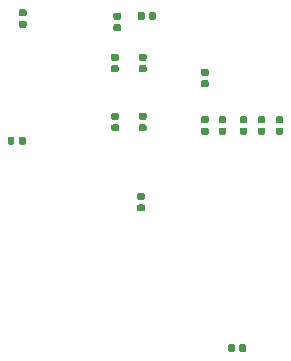
<source format=gbr>
G04 #@! TF.GenerationSoftware,KiCad,Pcbnew,(5.1.2-1)-1*
G04 #@! TF.CreationDate,2019-07-19T21:50:30+01:00*
G04 #@! TF.ProjectId,ControlModule,436f6e74-726f-46c4-9d6f-64756c652e6b,C*
G04 #@! TF.SameCoordinates,Original*
G04 #@! TF.FileFunction,Paste,Top*
G04 #@! TF.FilePolarity,Positive*
%FSLAX46Y46*%
G04 Gerber Fmt 4.6, Leading zero omitted, Abs format (unit mm)*
G04 Created by KiCad (PCBNEW (5.1.2-1)-1) date 2019-07-19 21:50:30*
%MOMM*%
%LPD*%
G04 APERTURE LIST*
%ADD10C,0.100000*%
%ADD11C,0.590000*%
G04 APERTURE END LIST*
D10*
G36*
X174405558Y-98483910D02*
G01*
X174419876Y-98486034D01*
X174433917Y-98489551D01*
X174447546Y-98494428D01*
X174460631Y-98500617D01*
X174473047Y-98508058D01*
X174484673Y-98516681D01*
X174495398Y-98526402D01*
X174505119Y-98537127D01*
X174513742Y-98548753D01*
X174521183Y-98561169D01*
X174527372Y-98574254D01*
X174532249Y-98587883D01*
X174535766Y-98601924D01*
X174537890Y-98616242D01*
X174538600Y-98630700D01*
X174538600Y-98925700D01*
X174537890Y-98940158D01*
X174535766Y-98954476D01*
X174532249Y-98968517D01*
X174527372Y-98982146D01*
X174521183Y-98995231D01*
X174513742Y-99007647D01*
X174505119Y-99019273D01*
X174495398Y-99029998D01*
X174484673Y-99039719D01*
X174473047Y-99048342D01*
X174460631Y-99055783D01*
X174447546Y-99061972D01*
X174433917Y-99066849D01*
X174419876Y-99070366D01*
X174405558Y-99072490D01*
X174391100Y-99073200D01*
X174046100Y-99073200D01*
X174031642Y-99072490D01*
X174017324Y-99070366D01*
X174003283Y-99066849D01*
X173989654Y-99061972D01*
X173976569Y-99055783D01*
X173964153Y-99048342D01*
X173952527Y-99039719D01*
X173941802Y-99029998D01*
X173932081Y-99019273D01*
X173923458Y-99007647D01*
X173916017Y-98995231D01*
X173909828Y-98982146D01*
X173904951Y-98968517D01*
X173901434Y-98954476D01*
X173899310Y-98940158D01*
X173898600Y-98925700D01*
X173898600Y-98630700D01*
X173899310Y-98616242D01*
X173901434Y-98601924D01*
X173904951Y-98587883D01*
X173909828Y-98574254D01*
X173916017Y-98561169D01*
X173923458Y-98548753D01*
X173932081Y-98537127D01*
X173941802Y-98526402D01*
X173952527Y-98516681D01*
X173964153Y-98508058D01*
X173976569Y-98500617D01*
X173989654Y-98494428D01*
X174003283Y-98489551D01*
X174017324Y-98486034D01*
X174031642Y-98483910D01*
X174046100Y-98483200D01*
X174391100Y-98483200D01*
X174405558Y-98483910D01*
X174405558Y-98483910D01*
G37*
D11*
X174218600Y-98778200D03*
D10*
G36*
X174405558Y-99453910D02*
G01*
X174419876Y-99456034D01*
X174433917Y-99459551D01*
X174447546Y-99464428D01*
X174460631Y-99470617D01*
X174473047Y-99478058D01*
X174484673Y-99486681D01*
X174495398Y-99496402D01*
X174505119Y-99507127D01*
X174513742Y-99518753D01*
X174521183Y-99531169D01*
X174527372Y-99544254D01*
X174532249Y-99557883D01*
X174535766Y-99571924D01*
X174537890Y-99586242D01*
X174538600Y-99600700D01*
X174538600Y-99895700D01*
X174537890Y-99910158D01*
X174535766Y-99924476D01*
X174532249Y-99938517D01*
X174527372Y-99952146D01*
X174521183Y-99965231D01*
X174513742Y-99977647D01*
X174505119Y-99989273D01*
X174495398Y-99999998D01*
X174484673Y-100009719D01*
X174473047Y-100018342D01*
X174460631Y-100025783D01*
X174447546Y-100031972D01*
X174433917Y-100036849D01*
X174419876Y-100040366D01*
X174405558Y-100042490D01*
X174391100Y-100043200D01*
X174046100Y-100043200D01*
X174031642Y-100042490D01*
X174017324Y-100040366D01*
X174003283Y-100036849D01*
X173989654Y-100031972D01*
X173976569Y-100025783D01*
X173964153Y-100018342D01*
X173952527Y-100009719D01*
X173941802Y-99999998D01*
X173932081Y-99989273D01*
X173923458Y-99977647D01*
X173916017Y-99965231D01*
X173909828Y-99952146D01*
X173904951Y-99938517D01*
X173901434Y-99924476D01*
X173899310Y-99910158D01*
X173898600Y-99895700D01*
X173898600Y-99600700D01*
X173899310Y-99586242D01*
X173901434Y-99571924D01*
X173904951Y-99557883D01*
X173909828Y-99544254D01*
X173916017Y-99531169D01*
X173923458Y-99518753D01*
X173932081Y-99507127D01*
X173941802Y-99496402D01*
X173952527Y-99486681D01*
X173964153Y-99478058D01*
X173976569Y-99470617D01*
X173989654Y-99464428D01*
X174003283Y-99459551D01*
X174017324Y-99456034D01*
X174031642Y-99453910D01*
X174046100Y-99453200D01*
X174391100Y-99453200D01*
X174405558Y-99453910D01*
X174405558Y-99453910D01*
G37*
D11*
X174218600Y-99748200D03*
D10*
G36*
X171357558Y-98483910D02*
G01*
X171371876Y-98486034D01*
X171385917Y-98489551D01*
X171399546Y-98494428D01*
X171412631Y-98500617D01*
X171425047Y-98508058D01*
X171436673Y-98516681D01*
X171447398Y-98526402D01*
X171457119Y-98537127D01*
X171465742Y-98548753D01*
X171473183Y-98561169D01*
X171479372Y-98574254D01*
X171484249Y-98587883D01*
X171487766Y-98601924D01*
X171489890Y-98616242D01*
X171490600Y-98630700D01*
X171490600Y-98925700D01*
X171489890Y-98940158D01*
X171487766Y-98954476D01*
X171484249Y-98968517D01*
X171479372Y-98982146D01*
X171473183Y-98995231D01*
X171465742Y-99007647D01*
X171457119Y-99019273D01*
X171447398Y-99029998D01*
X171436673Y-99039719D01*
X171425047Y-99048342D01*
X171412631Y-99055783D01*
X171399546Y-99061972D01*
X171385917Y-99066849D01*
X171371876Y-99070366D01*
X171357558Y-99072490D01*
X171343100Y-99073200D01*
X170998100Y-99073200D01*
X170983642Y-99072490D01*
X170969324Y-99070366D01*
X170955283Y-99066849D01*
X170941654Y-99061972D01*
X170928569Y-99055783D01*
X170916153Y-99048342D01*
X170904527Y-99039719D01*
X170893802Y-99029998D01*
X170884081Y-99019273D01*
X170875458Y-99007647D01*
X170868017Y-98995231D01*
X170861828Y-98982146D01*
X170856951Y-98968517D01*
X170853434Y-98954476D01*
X170851310Y-98940158D01*
X170850600Y-98925700D01*
X170850600Y-98630700D01*
X170851310Y-98616242D01*
X170853434Y-98601924D01*
X170856951Y-98587883D01*
X170861828Y-98574254D01*
X170868017Y-98561169D01*
X170875458Y-98548753D01*
X170884081Y-98537127D01*
X170893802Y-98526402D01*
X170904527Y-98516681D01*
X170916153Y-98508058D01*
X170928569Y-98500617D01*
X170941654Y-98494428D01*
X170955283Y-98489551D01*
X170969324Y-98486034D01*
X170983642Y-98483910D01*
X170998100Y-98483200D01*
X171343100Y-98483200D01*
X171357558Y-98483910D01*
X171357558Y-98483910D01*
G37*
D11*
X171170600Y-98778200D03*
D10*
G36*
X171357558Y-99453910D02*
G01*
X171371876Y-99456034D01*
X171385917Y-99459551D01*
X171399546Y-99464428D01*
X171412631Y-99470617D01*
X171425047Y-99478058D01*
X171436673Y-99486681D01*
X171447398Y-99496402D01*
X171457119Y-99507127D01*
X171465742Y-99518753D01*
X171473183Y-99531169D01*
X171479372Y-99544254D01*
X171484249Y-99557883D01*
X171487766Y-99571924D01*
X171489890Y-99586242D01*
X171490600Y-99600700D01*
X171490600Y-99895700D01*
X171489890Y-99910158D01*
X171487766Y-99924476D01*
X171484249Y-99938517D01*
X171479372Y-99952146D01*
X171473183Y-99965231D01*
X171465742Y-99977647D01*
X171457119Y-99989273D01*
X171447398Y-99999998D01*
X171436673Y-100009719D01*
X171425047Y-100018342D01*
X171412631Y-100025783D01*
X171399546Y-100031972D01*
X171385917Y-100036849D01*
X171371876Y-100040366D01*
X171357558Y-100042490D01*
X171343100Y-100043200D01*
X170998100Y-100043200D01*
X170983642Y-100042490D01*
X170969324Y-100040366D01*
X170955283Y-100036849D01*
X170941654Y-100031972D01*
X170928569Y-100025783D01*
X170916153Y-100018342D01*
X170904527Y-100009719D01*
X170893802Y-99999998D01*
X170884081Y-99989273D01*
X170875458Y-99977647D01*
X170868017Y-99965231D01*
X170861828Y-99952146D01*
X170856951Y-99938517D01*
X170853434Y-99924476D01*
X170851310Y-99910158D01*
X170850600Y-99895700D01*
X170850600Y-99600700D01*
X170851310Y-99586242D01*
X170853434Y-99571924D01*
X170856951Y-99557883D01*
X170861828Y-99544254D01*
X170868017Y-99531169D01*
X170875458Y-99518753D01*
X170884081Y-99507127D01*
X170893802Y-99496402D01*
X170904527Y-99486681D01*
X170916153Y-99478058D01*
X170928569Y-99470617D01*
X170941654Y-99464428D01*
X170955283Y-99459551D01*
X170969324Y-99456034D01*
X170983642Y-99453910D01*
X170998100Y-99453200D01*
X171343100Y-99453200D01*
X171357558Y-99453910D01*
X171357558Y-99453910D01*
G37*
D11*
X171170600Y-99748200D03*
D10*
G36*
X172881558Y-98483910D02*
G01*
X172895876Y-98486034D01*
X172909917Y-98489551D01*
X172923546Y-98494428D01*
X172936631Y-98500617D01*
X172949047Y-98508058D01*
X172960673Y-98516681D01*
X172971398Y-98526402D01*
X172981119Y-98537127D01*
X172989742Y-98548753D01*
X172997183Y-98561169D01*
X173003372Y-98574254D01*
X173008249Y-98587883D01*
X173011766Y-98601924D01*
X173013890Y-98616242D01*
X173014600Y-98630700D01*
X173014600Y-98925700D01*
X173013890Y-98940158D01*
X173011766Y-98954476D01*
X173008249Y-98968517D01*
X173003372Y-98982146D01*
X172997183Y-98995231D01*
X172989742Y-99007647D01*
X172981119Y-99019273D01*
X172971398Y-99029998D01*
X172960673Y-99039719D01*
X172949047Y-99048342D01*
X172936631Y-99055783D01*
X172923546Y-99061972D01*
X172909917Y-99066849D01*
X172895876Y-99070366D01*
X172881558Y-99072490D01*
X172867100Y-99073200D01*
X172522100Y-99073200D01*
X172507642Y-99072490D01*
X172493324Y-99070366D01*
X172479283Y-99066849D01*
X172465654Y-99061972D01*
X172452569Y-99055783D01*
X172440153Y-99048342D01*
X172428527Y-99039719D01*
X172417802Y-99029998D01*
X172408081Y-99019273D01*
X172399458Y-99007647D01*
X172392017Y-98995231D01*
X172385828Y-98982146D01*
X172380951Y-98968517D01*
X172377434Y-98954476D01*
X172375310Y-98940158D01*
X172374600Y-98925700D01*
X172374600Y-98630700D01*
X172375310Y-98616242D01*
X172377434Y-98601924D01*
X172380951Y-98587883D01*
X172385828Y-98574254D01*
X172392017Y-98561169D01*
X172399458Y-98548753D01*
X172408081Y-98537127D01*
X172417802Y-98526402D01*
X172428527Y-98516681D01*
X172440153Y-98508058D01*
X172452569Y-98500617D01*
X172465654Y-98494428D01*
X172479283Y-98489551D01*
X172493324Y-98486034D01*
X172507642Y-98483910D01*
X172522100Y-98483200D01*
X172867100Y-98483200D01*
X172881558Y-98483910D01*
X172881558Y-98483910D01*
G37*
D11*
X172694600Y-98778200D03*
D10*
G36*
X172881558Y-99453910D02*
G01*
X172895876Y-99456034D01*
X172909917Y-99459551D01*
X172923546Y-99464428D01*
X172936631Y-99470617D01*
X172949047Y-99478058D01*
X172960673Y-99486681D01*
X172971398Y-99496402D01*
X172981119Y-99507127D01*
X172989742Y-99518753D01*
X172997183Y-99531169D01*
X173003372Y-99544254D01*
X173008249Y-99557883D01*
X173011766Y-99571924D01*
X173013890Y-99586242D01*
X173014600Y-99600700D01*
X173014600Y-99895700D01*
X173013890Y-99910158D01*
X173011766Y-99924476D01*
X173008249Y-99938517D01*
X173003372Y-99952146D01*
X172997183Y-99965231D01*
X172989742Y-99977647D01*
X172981119Y-99989273D01*
X172971398Y-99999998D01*
X172960673Y-100009719D01*
X172949047Y-100018342D01*
X172936631Y-100025783D01*
X172923546Y-100031972D01*
X172909917Y-100036849D01*
X172895876Y-100040366D01*
X172881558Y-100042490D01*
X172867100Y-100043200D01*
X172522100Y-100043200D01*
X172507642Y-100042490D01*
X172493324Y-100040366D01*
X172479283Y-100036849D01*
X172465654Y-100031972D01*
X172452569Y-100025783D01*
X172440153Y-100018342D01*
X172428527Y-100009719D01*
X172417802Y-99999998D01*
X172408081Y-99989273D01*
X172399458Y-99977647D01*
X172392017Y-99965231D01*
X172385828Y-99952146D01*
X172380951Y-99938517D01*
X172377434Y-99924476D01*
X172375310Y-99910158D01*
X172374600Y-99895700D01*
X172374600Y-99600700D01*
X172375310Y-99586242D01*
X172377434Y-99571924D01*
X172380951Y-99557883D01*
X172385828Y-99544254D01*
X172392017Y-99531169D01*
X172399458Y-99518753D01*
X172408081Y-99507127D01*
X172417802Y-99496402D01*
X172428527Y-99486681D01*
X172440153Y-99478058D01*
X172452569Y-99470617D01*
X172465654Y-99464428D01*
X172479283Y-99459551D01*
X172493324Y-99456034D01*
X172507642Y-99453910D01*
X172522100Y-99453200D01*
X172867100Y-99453200D01*
X172881558Y-99453910D01*
X172881558Y-99453910D01*
G37*
D11*
X172694600Y-99748200D03*
D10*
G36*
X170301458Y-117790710D02*
G01*
X170315776Y-117792834D01*
X170329817Y-117796351D01*
X170343446Y-117801228D01*
X170356531Y-117807417D01*
X170368947Y-117814858D01*
X170380573Y-117823481D01*
X170391298Y-117833202D01*
X170401019Y-117843927D01*
X170409642Y-117855553D01*
X170417083Y-117867969D01*
X170423272Y-117881054D01*
X170428149Y-117894683D01*
X170431666Y-117908724D01*
X170433790Y-117923042D01*
X170434500Y-117937500D01*
X170434500Y-118282500D01*
X170433790Y-118296958D01*
X170431666Y-118311276D01*
X170428149Y-118325317D01*
X170423272Y-118338946D01*
X170417083Y-118352031D01*
X170409642Y-118364447D01*
X170401019Y-118376073D01*
X170391298Y-118386798D01*
X170380573Y-118396519D01*
X170368947Y-118405142D01*
X170356531Y-118412583D01*
X170343446Y-118418772D01*
X170329817Y-118423649D01*
X170315776Y-118427166D01*
X170301458Y-118429290D01*
X170287000Y-118430000D01*
X169992000Y-118430000D01*
X169977542Y-118429290D01*
X169963224Y-118427166D01*
X169949183Y-118423649D01*
X169935554Y-118418772D01*
X169922469Y-118412583D01*
X169910053Y-118405142D01*
X169898427Y-118396519D01*
X169887702Y-118386798D01*
X169877981Y-118376073D01*
X169869358Y-118364447D01*
X169861917Y-118352031D01*
X169855728Y-118338946D01*
X169850851Y-118325317D01*
X169847334Y-118311276D01*
X169845210Y-118296958D01*
X169844500Y-118282500D01*
X169844500Y-117937500D01*
X169845210Y-117923042D01*
X169847334Y-117908724D01*
X169850851Y-117894683D01*
X169855728Y-117881054D01*
X169861917Y-117867969D01*
X169869358Y-117855553D01*
X169877981Y-117843927D01*
X169887702Y-117833202D01*
X169898427Y-117823481D01*
X169910053Y-117814858D01*
X169922469Y-117807417D01*
X169935554Y-117801228D01*
X169949183Y-117796351D01*
X169963224Y-117792834D01*
X169977542Y-117790710D01*
X169992000Y-117790000D01*
X170287000Y-117790000D01*
X170301458Y-117790710D01*
X170301458Y-117790710D01*
G37*
D11*
X170139500Y-118110000D03*
D10*
G36*
X171271458Y-117790710D02*
G01*
X171285776Y-117792834D01*
X171299817Y-117796351D01*
X171313446Y-117801228D01*
X171326531Y-117807417D01*
X171338947Y-117814858D01*
X171350573Y-117823481D01*
X171361298Y-117833202D01*
X171371019Y-117843927D01*
X171379642Y-117855553D01*
X171387083Y-117867969D01*
X171393272Y-117881054D01*
X171398149Y-117894683D01*
X171401666Y-117908724D01*
X171403790Y-117923042D01*
X171404500Y-117937500D01*
X171404500Y-118282500D01*
X171403790Y-118296958D01*
X171401666Y-118311276D01*
X171398149Y-118325317D01*
X171393272Y-118338946D01*
X171387083Y-118352031D01*
X171379642Y-118364447D01*
X171371019Y-118376073D01*
X171361298Y-118386798D01*
X171350573Y-118396519D01*
X171338947Y-118405142D01*
X171326531Y-118412583D01*
X171313446Y-118418772D01*
X171299817Y-118423649D01*
X171285776Y-118427166D01*
X171271458Y-118429290D01*
X171257000Y-118430000D01*
X170962000Y-118430000D01*
X170947542Y-118429290D01*
X170933224Y-118427166D01*
X170919183Y-118423649D01*
X170905554Y-118418772D01*
X170892469Y-118412583D01*
X170880053Y-118405142D01*
X170868427Y-118396519D01*
X170857702Y-118386798D01*
X170847981Y-118376073D01*
X170839358Y-118364447D01*
X170831917Y-118352031D01*
X170825728Y-118338946D01*
X170820851Y-118325317D01*
X170817334Y-118311276D01*
X170815210Y-118296958D01*
X170814500Y-118282500D01*
X170814500Y-117937500D01*
X170815210Y-117923042D01*
X170817334Y-117908724D01*
X170820851Y-117894683D01*
X170825728Y-117881054D01*
X170831917Y-117867969D01*
X170839358Y-117855553D01*
X170847981Y-117843927D01*
X170857702Y-117833202D01*
X170868427Y-117823481D01*
X170880053Y-117814858D01*
X170892469Y-117807417D01*
X170905554Y-117801228D01*
X170919183Y-117796351D01*
X170933224Y-117792834D01*
X170947542Y-117790710D01*
X170962000Y-117790000D01*
X171257000Y-117790000D01*
X171271458Y-117790710D01*
X171271458Y-117790710D01*
G37*
D11*
X171109500Y-118110000D03*
D10*
G36*
X168080958Y-95440710D02*
G01*
X168095276Y-95442834D01*
X168109317Y-95446351D01*
X168122946Y-95451228D01*
X168136031Y-95457417D01*
X168148447Y-95464858D01*
X168160073Y-95473481D01*
X168170798Y-95483202D01*
X168180519Y-95493927D01*
X168189142Y-95505553D01*
X168196583Y-95517969D01*
X168202772Y-95531054D01*
X168207649Y-95544683D01*
X168211166Y-95558724D01*
X168213290Y-95573042D01*
X168214000Y-95587500D01*
X168214000Y-95882500D01*
X168213290Y-95896958D01*
X168211166Y-95911276D01*
X168207649Y-95925317D01*
X168202772Y-95938946D01*
X168196583Y-95952031D01*
X168189142Y-95964447D01*
X168180519Y-95976073D01*
X168170798Y-95986798D01*
X168160073Y-95996519D01*
X168148447Y-96005142D01*
X168136031Y-96012583D01*
X168122946Y-96018772D01*
X168109317Y-96023649D01*
X168095276Y-96027166D01*
X168080958Y-96029290D01*
X168066500Y-96030000D01*
X167721500Y-96030000D01*
X167707042Y-96029290D01*
X167692724Y-96027166D01*
X167678683Y-96023649D01*
X167665054Y-96018772D01*
X167651969Y-96012583D01*
X167639553Y-96005142D01*
X167627927Y-95996519D01*
X167617202Y-95986798D01*
X167607481Y-95976073D01*
X167598858Y-95964447D01*
X167591417Y-95952031D01*
X167585228Y-95938946D01*
X167580351Y-95925317D01*
X167576834Y-95911276D01*
X167574710Y-95896958D01*
X167574000Y-95882500D01*
X167574000Y-95587500D01*
X167574710Y-95573042D01*
X167576834Y-95558724D01*
X167580351Y-95544683D01*
X167585228Y-95531054D01*
X167591417Y-95517969D01*
X167598858Y-95505553D01*
X167607481Y-95493927D01*
X167617202Y-95483202D01*
X167627927Y-95473481D01*
X167639553Y-95464858D01*
X167651969Y-95457417D01*
X167665054Y-95451228D01*
X167678683Y-95446351D01*
X167692724Y-95442834D01*
X167707042Y-95440710D01*
X167721500Y-95440000D01*
X168066500Y-95440000D01*
X168080958Y-95440710D01*
X168080958Y-95440710D01*
G37*
D11*
X167894000Y-95735000D03*
D10*
G36*
X168080958Y-94470710D02*
G01*
X168095276Y-94472834D01*
X168109317Y-94476351D01*
X168122946Y-94481228D01*
X168136031Y-94487417D01*
X168148447Y-94494858D01*
X168160073Y-94503481D01*
X168170798Y-94513202D01*
X168180519Y-94523927D01*
X168189142Y-94535553D01*
X168196583Y-94547969D01*
X168202772Y-94561054D01*
X168207649Y-94574683D01*
X168211166Y-94588724D01*
X168213290Y-94603042D01*
X168214000Y-94617500D01*
X168214000Y-94912500D01*
X168213290Y-94926958D01*
X168211166Y-94941276D01*
X168207649Y-94955317D01*
X168202772Y-94968946D01*
X168196583Y-94982031D01*
X168189142Y-94994447D01*
X168180519Y-95006073D01*
X168170798Y-95016798D01*
X168160073Y-95026519D01*
X168148447Y-95035142D01*
X168136031Y-95042583D01*
X168122946Y-95048772D01*
X168109317Y-95053649D01*
X168095276Y-95057166D01*
X168080958Y-95059290D01*
X168066500Y-95060000D01*
X167721500Y-95060000D01*
X167707042Y-95059290D01*
X167692724Y-95057166D01*
X167678683Y-95053649D01*
X167665054Y-95048772D01*
X167651969Y-95042583D01*
X167639553Y-95035142D01*
X167627927Y-95026519D01*
X167617202Y-95016798D01*
X167607481Y-95006073D01*
X167598858Y-94994447D01*
X167591417Y-94982031D01*
X167585228Y-94968946D01*
X167580351Y-94955317D01*
X167576834Y-94941276D01*
X167574710Y-94926958D01*
X167574000Y-94912500D01*
X167574000Y-94617500D01*
X167574710Y-94603042D01*
X167576834Y-94588724D01*
X167580351Y-94574683D01*
X167585228Y-94561054D01*
X167591417Y-94547969D01*
X167598858Y-94535553D01*
X167607481Y-94523927D01*
X167617202Y-94513202D01*
X167627927Y-94503481D01*
X167639553Y-94494858D01*
X167651969Y-94487417D01*
X167665054Y-94481228D01*
X167678683Y-94476351D01*
X167692724Y-94472834D01*
X167707042Y-94470710D01*
X167721500Y-94470000D01*
X168066500Y-94470000D01*
X168080958Y-94470710D01*
X168080958Y-94470710D01*
G37*
D11*
X167894000Y-94765000D03*
D10*
G36*
X160460958Y-93200710D02*
G01*
X160475276Y-93202834D01*
X160489317Y-93206351D01*
X160502946Y-93211228D01*
X160516031Y-93217417D01*
X160528447Y-93224858D01*
X160540073Y-93233481D01*
X160550798Y-93243202D01*
X160560519Y-93253927D01*
X160569142Y-93265553D01*
X160576583Y-93277969D01*
X160582772Y-93291054D01*
X160587649Y-93304683D01*
X160591166Y-93318724D01*
X160593290Y-93333042D01*
X160594000Y-93347500D01*
X160594000Y-93642500D01*
X160593290Y-93656958D01*
X160591166Y-93671276D01*
X160587649Y-93685317D01*
X160582772Y-93698946D01*
X160576583Y-93712031D01*
X160569142Y-93724447D01*
X160560519Y-93736073D01*
X160550798Y-93746798D01*
X160540073Y-93756519D01*
X160528447Y-93765142D01*
X160516031Y-93772583D01*
X160502946Y-93778772D01*
X160489317Y-93783649D01*
X160475276Y-93787166D01*
X160460958Y-93789290D01*
X160446500Y-93790000D01*
X160101500Y-93790000D01*
X160087042Y-93789290D01*
X160072724Y-93787166D01*
X160058683Y-93783649D01*
X160045054Y-93778772D01*
X160031969Y-93772583D01*
X160019553Y-93765142D01*
X160007927Y-93756519D01*
X159997202Y-93746798D01*
X159987481Y-93736073D01*
X159978858Y-93724447D01*
X159971417Y-93712031D01*
X159965228Y-93698946D01*
X159960351Y-93685317D01*
X159956834Y-93671276D01*
X159954710Y-93656958D01*
X159954000Y-93642500D01*
X159954000Y-93347500D01*
X159954710Y-93333042D01*
X159956834Y-93318724D01*
X159960351Y-93304683D01*
X159965228Y-93291054D01*
X159971417Y-93277969D01*
X159978858Y-93265553D01*
X159987481Y-93253927D01*
X159997202Y-93243202D01*
X160007927Y-93233481D01*
X160019553Y-93224858D01*
X160031969Y-93217417D01*
X160045054Y-93211228D01*
X160058683Y-93206351D01*
X160072724Y-93202834D01*
X160087042Y-93200710D01*
X160101500Y-93200000D01*
X160446500Y-93200000D01*
X160460958Y-93200710D01*
X160460958Y-93200710D01*
G37*
D11*
X160274000Y-93495000D03*
D10*
G36*
X160460958Y-94170710D02*
G01*
X160475276Y-94172834D01*
X160489317Y-94176351D01*
X160502946Y-94181228D01*
X160516031Y-94187417D01*
X160528447Y-94194858D01*
X160540073Y-94203481D01*
X160550798Y-94213202D01*
X160560519Y-94223927D01*
X160569142Y-94235553D01*
X160576583Y-94247969D01*
X160582772Y-94261054D01*
X160587649Y-94274683D01*
X160591166Y-94288724D01*
X160593290Y-94303042D01*
X160594000Y-94317500D01*
X160594000Y-94612500D01*
X160593290Y-94626958D01*
X160591166Y-94641276D01*
X160587649Y-94655317D01*
X160582772Y-94668946D01*
X160576583Y-94682031D01*
X160569142Y-94694447D01*
X160560519Y-94706073D01*
X160550798Y-94716798D01*
X160540073Y-94726519D01*
X160528447Y-94735142D01*
X160516031Y-94742583D01*
X160502946Y-94748772D01*
X160489317Y-94753649D01*
X160475276Y-94757166D01*
X160460958Y-94759290D01*
X160446500Y-94760000D01*
X160101500Y-94760000D01*
X160087042Y-94759290D01*
X160072724Y-94757166D01*
X160058683Y-94753649D01*
X160045054Y-94748772D01*
X160031969Y-94742583D01*
X160019553Y-94735142D01*
X160007927Y-94726519D01*
X159997202Y-94716798D01*
X159987481Y-94706073D01*
X159978858Y-94694447D01*
X159971417Y-94682031D01*
X159965228Y-94668946D01*
X159960351Y-94655317D01*
X159956834Y-94641276D01*
X159954710Y-94626958D01*
X159954000Y-94612500D01*
X159954000Y-94317500D01*
X159954710Y-94303042D01*
X159956834Y-94288724D01*
X159960351Y-94274683D01*
X159965228Y-94261054D01*
X159971417Y-94247969D01*
X159978858Y-94235553D01*
X159987481Y-94223927D01*
X159997202Y-94213202D01*
X160007927Y-94203481D01*
X160019553Y-94194858D01*
X160031969Y-94187417D01*
X160045054Y-94181228D01*
X160058683Y-94176351D01*
X160072724Y-94172834D01*
X160087042Y-94170710D01*
X160101500Y-94170000D01*
X160446500Y-94170000D01*
X160460958Y-94170710D01*
X160460958Y-94170710D01*
G37*
D11*
X160274000Y-94465000D03*
D10*
G36*
X162823158Y-94170710D02*
G01*
X162837476Y-94172834D01*
X162851517Y-94176351D01*
X162865146Y-94181228D01*
X162878231Y-94187417D01*
X162890647Y-94194858D01*
X162902273Y-94203481D01*
X162912998Y-94213202D01*
X162922719Y-94223927D01*
X162931342Y-94235553D01*
X162938783Y-94247969D01*
X162944972Y-94261054D01*
X162949849Y-94274683D01*
X162953366Y-94288724D01*
X162955490Y-94303042D01*
X162956200Y-94317500D01*
X162956200Y-94612500D01*
X162955490Y-94626958D01*
X162953366Y-94641276D01*
X162949849Y-94655317D01*
X162944972Y-94668946D01*
X162938783Y-94682031D01*
X162931342Y-94694447D01*
X162922719Y-94706073D01*
X162912998Y-94716798D01*
X162902273Y-94726519D01*
X162890647Y-94735142D01*
X162878231Y-94742583D01*
X162865146Y-94748772D01*
X162851517Y-94753649D01*
X162837476Y-94757166D01*
X162823158Y-94759290D01*
X162808700Y-94760000D01*
X162463700Y-94760000D01*
X162449242Y-94759290D01*
X162434924Y-94757166D01*
X162420883Y-94753649D01*
X162407254Y-94748772D01*
X162394169Y-94742583D01*
X162381753Y-94735142D01*
X162370127Y-94726519D01*
X162359402Y-94716798D01*
X162349681Y-94706073D01*
X162341058Y-94694447D01*
X162333617Y-94682031D01*
X162327428Y-94668946D01*
X162322551Y-94655317D01*
X162319034Y-94641276D01*
X162316910Y-94626958D01*
X162316200Y-94612500D01*
X162316200Y-94317500D01*
X162316910Y-94303042D01*
X162319034Y-94288724D01*
X162322551Y-94274683D01*
X162327428Y-94261054D01*
X162333617Y-94247969D01*
X162341058Y-94235553D01*
X162349681Y-94223927D01*
X162359402Y-94213202D01*
X162370127Y-94203481D01*
X162381753Y-94194858D01*
X162394169Y-94187417D01*
X162407254Y-94181228D01*
X162420883Y-94176351D01*
X162434924Y-94172834D01*
X162449242Y-94170710D01*
X162463700Y-94170000D01*
X162808700Y-94170000D01*
X162823158Y-94170710D01*
X162823158Y-94170710D01*
G37*
D11*
X162636200Y-94465000D03*
D10*
G36*
X162823158Y-93200710D02*
G01*
X162837476Y-93202834D01*
X162851517Y-93206351D01*
X162865146Y-93211228D01*
X162878231Y-93217417D01*
X162890647Y-93224858D01*
X162902273Y-93233481D01*
X162912998Y-93243202D01*
X162922719Y-93253927D01*
X162931342Y-93265553D01*
X162938783Y-93277969D01*
X162944972Y-93291054D01*
X162949849Y-93304683D01*
X162953366Y-93318724D01*
X162955490Y-93333042D01*
X162956200Y-93347500D01*
X162956200Y-93642500D01*
X162955490Y-93656958D01*
X162953366Y-93671276D01*
X162949849Y-93685317D01*
X162944972Y-93698946D01*
X162938783Y-93712031D01*
X162931342Y-93724447D01*
X162922719Y-93736073D01*
X162912998Y-93746798D01*
X162902273Y-93756519D01*
X162890647Y-93765142D01*
X162878231Y-93772583D01*
X162865146Y-93778772D01*
X162851517Y-93783649D01*
X162837476Y-93787166D01*
X162823158Y-93789290D01*
X162808700Y-93790000D01*
X162463700Y-93790000D01*
X162449242Y-93789290D01*
X162434924Y-93787166D01*
X162420883Y-93783649D01*
X162407254Y-93778772D01*
X162394169Y-93772583D01*
X162381753Y-93765142D01*
X162370127Y-93756519D01*
X162359402Y-93746798D01*
X162349681Y-93736073D01*
X162341058Y-93724447D01*
X162333617Y-93712031D01*
X162327428Y-93698946D01*
X162322551Y-93685317D01*
X162319034Y-93671276D01*
X162316910Y-93656958D01*
X162316200Y-93642500D01*
X162316200Y-93347500D01*
X162316910Y-93333042D01*
X162319034Y-93318724D01*
X162322551Y-93304683D01*
X162327428Y-93291054D01*
X162333617Y-93277969D01*
X162341058Y-93265553D01*
X162349681Y-93253927D01*
X162359402Y-93243202D01*
X162370127Y-93233481D01*
X162381753Y-93224858D01*
X162394169Y-93217417D01*
X162407254Y-93211228D01*
X162420883Y-93206351D01*
X162434924Y-93202834D01*
X162449242Y-93200710D01*
X162463700Y-93200000D01*
X162808700Y-93200000D01*
X162823158Y-93200710D01*
X162823158Y-93200710D01*
G37*
D11*
X162636200Y-93495000D03*
D10*
G36*
X162670758Y-105956310D02*
G01*
X162685076Y-105958434D01*
X162699117Y-105961951D01*
X162712746Y-105966828D01*
X162725831Y-105973017D01*
X162738247Y-105980458D01*
X162749873Y-105989081D01*
X162760598Y-105998802D01*
X162770319Y-106009527D01*
X162778942Y-106021153D01*
X162786383Y-106033569D01*
X162792572Y-106046654D01*
X162797449Y-106060283D01*
X162800966Y-106074324D01*
X162803090Y-106088642D01*
X162803800Y-106103100D01*
X162803800Y-106398100D01*
X162803090Y-106412558D01*
X162800966Y-106426876D01*
X162797449Y-106440917D01*
X162792572Y-106454546D01*
X162786383Y-106467631D01*
X162778942Y-106480047D01*
X162770319Y-106491673D01*
X162760598Y-106502398D01*
X162749873Y-106512119D01*
X162738247Y-106520742D01*
X162725831Y-106528183D01*
X162712746Y-106534372D01*
X162699117Y-106539249D01*
X162685076Y-106542766D01*
X162670758Y-106544890D01*
X162656300Y-106545600D01*
X162311300Y-106545600D01*
X162296842Y-106544890D01*
X162282524Y-106542766D01*
X162268483Y-106539249D01*
X162254854Y-106534372D01*
X162241769Y-106528183D01*
X162229353Y-106520742D01*
X162217727Y-106512119D01*
X162207002Y-106502398D01*
X162197281Y-106491673D01*
X162188658Y-106480047D01*
X162181217Y-106467631D01*
X162175028Y-106454546D01*
X162170151Y-106440917D01*
X162166634Y-106426876D01*
X162164510Y-106412558D01*
X162163800Y-106398100D01*
X162163800Y-106103100D01*
X162164510Y-106088642D01*
X162166634Y-106074324D01*
X162170151Y-106060283D01*
X162175028Y-106046654D01*
X162181217Y-106033569D01*
X162188658Y-106021153D01*
X162197281Y-106009527D01*
X162207002Y-105998802D01*
X162217727Y-105989081D01*
X162229353Y-105980458D01*
X162241769Y-105973017D01*
X162254854Y-105966828D01*
X162268483Y-105961951D01*
X162282524Y-105958434D01*
X162296842Y-105956310D01*
X162311300Y-105955600D01*
X162656300Y-105955600D01*
X162670758Y-105956310D01*
X162670758Y-105956310D01*
G37*
D11*
X162483800Y-106250600D03*
D10*
G36*
X162670758Y-104986310D02*
G01*
X162685076Y-104988434D01*
X162699117Y-104991951D01*
X162712746Y-104996828D01*
X162725831Y-105003017D01*
X162738247Y-105010458D01*
X162749873Y-105019081D01*
X162760598Y-105028802D01*
X162770319Y-105039527D01*
X162778942Y-105051153D01*
X162786383Y-105063569D01*
X162792572Y-105076654D01*
X162797449Y-105090283D01*
X162800966Y-105104324D01*
X162803090Y-105118642D01*
X162803800Y-105133100D01*
X162803800Y-105428100D01*
X162803090Y-105442558D01*
X162800966Y-105456876D01*
X162797449Y-105470917D01*
X162792572Y-105484546D01*
X162786383Y-105497631D01*
X162778942Y-105510047D01*
X162770319Y-105521673D01*
X162760598Y-105532398D01*
X162749873Y-105542119D01*
X162738247Y-105550742D01*
X162725831Y-105558183D01*
X162712746Y-105564372D01*
X162699117Y-105569249D01*
X162685076Y-105572766D01*
X162670758Y-105574890D01*
X162656300Y-105575600D01*
X162311300Y-105575600D01*
X162296842Y-105574890D01*
X162282524Y-105572766D01*
X162268483Y-105569249D01*
X162254854Y-105564372D01*
X162241769Y-105558183D01*
X162229353Y-105550742D01*
X162217727Y-105542119D01*
X162207002Y-105532398D01*
X162197281Y-105521673D01*
X162188658Y-105510047D01*
X162181217Y-105497631D01*
X162175028Y-105484546D01*
X162170151Y-105470917D01*
X162166634Y-105456876D01*
X162164510Y-105442558D01*
X162163800Y-105428100D01*
X162163800Y-105133100D01*
X162164510Y-105118642D01*
X162166634Y-105104324D01*
X162170151Y-105090283D01*
X162175028Y-105076654D01*
X162181217Y-105063569D01*
X162188658Y-105051153D01*
X162197281Y-105039527D01*
X162207002Y-105028802D01*
X162217727Y-105019081D01*
X162229353Y-105010458D01*
X162241769Y-105003017D01*
X162254854Y-104996828D01*
X162268483Y-104991951D01*
X162282524Y-104988434D01*
X162296842Y-104986310D01*
X162311300Y-104985600D01*
X162656300Y-104985600D01*
X162670758Y-104986310D01*
X162670758Y-104986310D01*
G37*
D11*
X162483800Y-105280600D03*
D10*
G36*
X151645158Y-100239310D02*
G01*
X151659476Y-100241434D01*
X151673517Y-100244951D01*
X151687146Y-100249828D01*
X151700231Y-100256017D01*
X151712647Y-100263458D01*
X151724273Y-100272081D01*
X151734998Y-100281802D01*
X151744719Y-100292527D01*
X151753342Y-100304153D01*
X151760783Y-100316569D01*
X151766972Y-100329654D01*
X151771849Y-100343283D01*
X151775366Y-100357324D01*
X151777490Y-100371642D01*
X151778200Y-100386100D01*
X151778200Y-100731100D01*
X151777490Y-100745558D01*
X151775366Y-100759876D01*
X151771849Y-100773917D01*
X151766972Y-100787546D01*
X151760783Y-100800631D01*
X151753342Y-100813047D01*
X151744719Y-100824673D01*
X151734998Y-100835398D01*
X151724273Y-100845119D01*
X151712647Y-100853742D01*
X151700231Y-100861183D01*
X151687146Y-100867372D01*
X151673517Y-100872249D01*
X151659476Y-100875766D01*
X151645158Y-100877890D01*
X151630700Y-100878600D01*
X151335700Y-100878600D01*
X151321242Y-100877890D01*
X151306924Y-100875766D01*
X151292883Y-100872249D01*
X151279254Y-100867372D01*
X151266169Y-100861183D01*
X151253753Y-100853742D01*
X151242127Y-100845119D01*
X151231402Y-100835398D01*
X151221681Y-100824673D01*
X151213058Y-100813047D01*
X151205617Y-100800631D01*
X151199428Y-100787546D01*
X151194551Y-100773917D01*
X151191034Y-100759876D01*
X151188910Y-100745558D01*
X151188200Y-100731100D01*
X151188200Y-100386100D01*
X151188910Y-100371642D01*
X151191034Y-100357324D01*
X151194551Y-100343283D01*
X151199428Y-100329654D01*
X151205617Y-100316569D01*
X151213058Y-100304153D01*
X151221681Y-100292527D01*
X151231402Y-100281802D01*
X151242127Y-100272081D01*
X151253753Y-100263458D01*
X151266169Y-100256017D01*
X151279254Y-100249828D01*
X151292883Y-100244951D01*
X151306924Y-100241434D01*
X151321242Y-100239310D01*
X151335700Y-100238600D01*
X151630700Y-100238600D01*
X151645158Y-100239310D01*
X151645158Y-100239310D01*
G37*
D11*
X151483200Y-100558600D03*
D10*
G36*
X152615158Y-100239310D02*
G01*
X152629476Y-100241434D01*
X152643517Y-100244951D01*
X152657146Y-100249828D01*
X152670231Y-100256017D01*
X152682647Y-100263458D01*
X152694273Y-100272081D01*
X152704998Y-100281802D01*
X152714719Y-100292527D01*
X152723342Y-100304153D01*
X152730783Y-100316569D01*
X152736972Y-100329654D01*
X152741849Y-100343283D01*
X152745366Y-100357324D01*
X152747490Y-100371642D01*
X152748200Y-100386100D01*
X152748200Y-100731100D01*
X152747490Y-100745558D01*
X152745366Y-100759876D01*
X152741849Y-100773917D01*
X152736972Y-100787546D01*
X152730783Y-100800631D01*
X152723342Y-100813047D01*
X152714719Y-100824673D01*
X152704998Y-100835398D01*
X152694273Y-100845119D01*
X152682647Y-100853742D01*
X152670231Y-100861183D01*
X152657146Y-100867372D01*
X152643517Y-100872249D01*
X152629476Y-100875766D01*
X152615158Y-100877890D01*
X152600700Y-100878600D01*
X152305700Y-100878600D01*
X152291242Y-100877890D01*
X152276924Y-100875766D01*
X152262883Y-100872249D01*
X152249254Y-100867372D01*
X152236169Y-100861183D01*
X152223753Y-100853742D01*
X152212127Y-100845119D01*
X152201402Y-100835398D01*
X152191681Y-100824673D01*
X152183058Y-100813047D01*
X152175617Y-100800631D01*
X152169428Y-100787546D01*
X152164551Y-100773917D01*
X152161034Y-100759876D01*
X152158910Y-100745558D01*
X152158200Y-100731100D01*
X152158200Y-100386100D01*
X152158910Y-100371642D01*
X152161034Y-100357324D01*
X152164551Y-100343283D01*
X152169428Y-100329654D01*
X152175617Y-100316569D01*
X152183058Y-100304153D01*
X152191681Y-100292527D01*
X152201402Y-100281802D01*
X152212127Y-100272081D01*
X152223753Y-100263458D01*
X152236169Y-100256017D01*
X152249254Y-100249828D01*
X152262883Y-100244951D01*
X152276924Y-100241434D01*
X152291242Y-100239310D01*
X152305700Y-100238600D01*
X152600700Y-100238600D01*
X152615158Y-100239310D01*
X152615158Y-100239310D01*
G37*
D11*
X152453200Y-100558600D03*
D10*
G36*
X152663158Y-89439110D02*
G01*
X152677476Y-89441234D01*
X152691517Y-89444751D01*
X152705146Y-89449628D01*
X152718231Y-89455817D01*
X152730647Y-89463258D01*
X152742273Y-89471881D01*
X152752998Y-89481602D01*
X152762719Y-89492327D01*
X152771342Y-89503953D01*
X152778783Y-89516369D01*
X152784972Y-89529454D01*
X152789849Y-89543083D01*
X152793366Y-89557124D01*
X152795490Y-89571442D01*
X152796200Y-89585900D01*
X152796200Y-89880900D01*
X152795490Y-89895358D01*
X152793366Y-89909676D01*
X152789849Y-89923717D01*
X152784972Y-89937346D01*
X152778783Y-89950431D01*
X152771342Y-89962847D01*
X152762719Y-89974473D01*
X152752998Y-89985198D01*
X152742273Y-89994919D01*
X152730647Y-90003542D01*
X152718231Y-90010983D01*
X152705146Y-90017172D01*
X152691517Y-90022049D01*
X152677476Y-90025566D01*
X152663158Y-90027690D01*
X152648700Y-90028400D01*
X152303700Y-90028400D01*
X152289242Y-90027690D01*
X152274924Y-90025566D01*
X152260883Y-90022049D01*
X152247254Y-90017172D01*
X152234169Y-90010983D01*
X152221753Y-90003542D01*
X152210127Y-89994919D01*
X152199402Y-89985198D01*
X152189681Y-89974473D01*
X152181058Y-89962847D01*
X152173617Y-89950431D01*
X152167428Y-89937346D01*
X152162551Y-89923717D01*
X152159034Y-89909676D01*
X152156910Y-89895358D01*
X152156200Y-89880900D01*
X152156200Y-89585900D01*
X152156910Y-89571442D01*
X152159034Y-89557124D01*
X152162551Y-89543083D01*
X152167428Y-89529454D01*
X152173617Y-89516369D01*
X152181058Y-89503953D01*
X152189681Y-89492327D01*
X152199402Y-89481602D01*
X152210127Y-89471881D01*
X152221753Y-89463258D01*
X152234169Y-89455817D01*
X152247254Y-89449628D01*
X152260883Y-89444751D01*
X152274924Y-89441234D01*
X152289242Y-89439110D01*
X152303700Y-89438400D01*
X152648700Y-89438400D01*
X152663158Y-89439110D01*
X152663158Y-89439110D01*
G37*
D11*
X152476200Y-89733400D03*
D10*
G36*
X152663158Y-90409110D02*
G01*
X152677476Y-90411234D01*
X152691517Y-90414751D01*
X152705146Y-90419628D01*
X152718231Y-90425817D01*
X152730647Y-90433258D01*
X152742273Y-90441881D01*
X152752998Y-90451602D01*
X152762719Y-90462327D01*
X152771342Y-90473953D01*
X152778783Y-90486369D01*
X152784972Y-90499454D01*
X152789849Y-90513083D01*
X152793366Y-90527124D01*
X152795490Y-90541442D01*
X152796200Y-90555900D01*
X152796200Y-90850900D01*
X152795490Y-90865358D01*
X152793366Y-90879676D01*
X152789849Y-90893717D01*
X152784972Y-90907346D01*
X152778783Y-90920431D01*
X152771342Y-90932847D01*
X152762719Y-90944473D01*
X152752998Y-90955198D01*
X152742273Y-90964919D01*
X152730647Y-90973542D01*
X152718231Y-90980983D01*
X152705146Y-90987172D01*
X152691517Y-90992049D01*
X152677476Y-90995566D01*
X152663158Y-90997690D01*
X152648700Y-90998400D01*
X152303700Y-90998400D01*
X152289242Y-90997690D01*
X152274924Y-90995566D01*
X152260883Y-90992049D01*
X152247254Y-90987172D01*
X152234169Y-90980983D01*
X152221753Y-90973542D01*
X152210127Y-90964919D01*
X152199402Y-90955198D01*
X152189681Y-90944473D01*
X152181058Y-90932847D01*
X152173617Y-90920431D01*
X152167428Y-90907346D01*
X152162551Y-90893717D01*
X152159034Y-90879676D01*
X152156910Y-90865358D01*
X152156200Y-90850900D01*
X152156200Y-90555900D01*
X152156910Y-90541442D01*
X152159034Y-90527124D01*
X152162551Y-90513083D01*
X152167428Y-90499454D01*
X152173617Y-90486369D01*
X152181058Y-90473953D01*
X152189681Y-90462327D01*
X152199402Y-90451602D01*
X152210127Y-90441881D01*
X152221753Y-90433258D01*
X152234169Y-90425817D01*
X152247254Y-90419628D01*
X152260883Y-90414751D01*
X152274924Y-90411234D01*
X152289242Y-90409110D01*
X152303700Y-90408400D01*
X152648700Y-90408400D01*
X152663158Y-90409110D01*
X152663158Y-90409110D01*
G37*
D11*
X152476200Y-90703400D03*
D10*
G36*
X163638758Y-89672910D02*
G01*
X163653076Y-89675034D01*
X163667117Y-89678551D01*
X163680746Y-89683428D01*
X163693831Y-89689617D01*
X163706247Y-89697058D01*
X163717873Y-89705681D01*
X163728598Y-89715402D01*
X163738319Y-89726127D01*
X163746942Y-89737753D01*
X163754383Y-89750169D01*
X163760572Y-89763254D01*
X163765449Y-89776883D01*
X163768966Y-89790924D01*
X163771090Y-89805242D01*
X163771800Y-89819700D01*
X163771800Y-90164700D01*
X163771090Y-90179158D01*
X163768966Y-90193476D01*
X163765449Y-90207517D01*
X163760572Y-90221146D01*
X163754383Y-90234231D01*
X163746942Y-90246647D01*
X163738319Y-90258273D01*
X163728598Y-90268998D01*
X163717873Y-90278719D01*
X163706247Y-90287342D01*
X163693831Y-90294783D01*
X163680746Y-90300972D01*
X163667117Y-90305849D01*
X163653076Y-90309366D01*
X163638758Y-90311490D01*
X163624300Y-90312200D01*
X163329300Y-90312200D01*
X163314842Y-90311490D01*
X163300524Y-90309366D01*
X163286483Y-90305849D01*
X163272854Y-90300972D01*
X163259769Y-90294783D01*
X163247353Y-90287342D01*
X163235727Y-90278719D01*
X163225002Y-90268998D01*
X163215281Y-90258273D01*
X163206658Y-90246647D01*
X163199217Y-90234231D01*
X163193028Y-90221146D01*
X163188151Y-90207517D01*
X163184634Y-90193476D01*
X163182510Y-90179158D01*
X163181800Y-90164700D01*
X163181800Y-89819700D01*
X163182510Y-89805242D01*
X163184634Y-89790924D01*
X163188151Y-89776883D01*
X163193028Y-89763254D01*
X163199217Y-89750169D01*
X163206658Y-89737753D01*
X163215281Y-89726127D01*
X163225002Y-89715402D01*
X163235727Y-89705681D01*
X163247353Y-89697058D01*
X163259769Y-89689617D01*
X163272854Y-89683428D01*
X163286483Y-89678551D01*
X163300524Y-89675034D01*
X163314842Y-89672910D01*
X163329300Y-89672200D01*
X163624300Y-89672200D01*
X163638758Y-89672910D01*
X163638758Y-89672910D01*
G37*
D11*
X163476800Y-89992200D03*
D10*
G36*
X162668758Y-89672910D02*
G01*
X162683076Y-89675034D01*
X162697117Y-89678551D01*
X162710746Y-89683428D01*
X162723831Y-89689617D01*
X162736247Y-89697058D01*
X162747873Y-89705681D01*
X162758598Y-89715402D01*
X162768319Y-89726127D01*
X162776942Y-89737753D01*
X162784383Y-89750169D01*
X162790572Y-89763254D01*
X162795449Y-89776883D01*
X162798966Y-89790924D01*
X162801090Y-89805242D01*
X162801800Y-89819700D01*
X162801800Y-90164700D01*
X162801090Y-90179158D01*
X162798966Y-90193476D01*
X162795449Y-90207517D01*
X162790572Y-90221146D01*
X162784383Y-90234231D01*
X162776942Y-90246647D01*
X162768319Y-90258273D01*
X162758598Y-90268998D01*
X162747873Y-90278719D01*
X162736247Y-90287342D01*
X162723831Y-90294783D01*
X162710746Y-90300972D01*
X162697117Y-90305849D01*
X162683076Y-90309366D01*
X162668758Y-90311490D01*
X162654300Y-90312200D01*
X162359300Y-90312200D01*
X162344842Y-90311490D01*
X162330524Y-90309366D01*
X162316483Y-90305849D01*
X162302854Y-90300972D01*
X162289769Y-90294783D01*
X162277353Y-90287342D01*
X162265727Y-90278719D01*
X162255002Y-90268998D01*
X162245281Y-90258273D01*
X162236658Y-90246647D01*
X162229217Y-90234231D01*
X162223028Y-90221146D01*
X162218151Y-90207517D01*
X162214634Y-90193476D01*
X162212510Y-90179158D01*
X162211800Y-90164700D01*
X162211800Y-89819700D01*
X162212510Y-89805242D01*
X162214634Y-89790924D01*
X162218151Y-89776883D01*
X162223028Y-89763254D01*
X162229217Y-89750169D01*
X162236658Y-89737753D01*
X162245281Y-89726127D01*
X162255002Y-89715402D01*
X162265727Y-89705681D01*
X162277353Y-89697058D01*
X162289769Y-89689617D01*
X162302854Y-89683428D01*
X162316483Y-89678551D01*
X162330524Y-89675034D01*
X162344842Y-89672910D01*
X162359300Y-89672200D01*
X162654300Y-89672200D01*
X162668758Y-89672910D01*
X162668758Y-89672910D01*
G37*
D11*
X162506800Y-89992200D03*
D10*
G36*
X168080958Y-99453910D02*
G01*
X168095276Y-99456034D01*
X168109317Y-99459551D01*
X168122946Y-99464428D01*
X168136031Y-99470617D01*
X168148447Y-99478058D01*
X168160073Y-99486681D01*
X168170798Y-99496402D01*
X168180519Y-99507127D01*
X168189142Y-99518753D01*
X168196583Y-99531169D01*
X168202772Y-99544254D01*
X168207649Y-99557883D01*
X168211166Y-99571924D01*
X168213290Y-99586242D01*
X168214000Y-99600700D01*
X168214000Y-99895700D01*
X168213290Y-99910158D01*
X168211166Y-99924476D01*
X168207649Y-99938517D01*
X168202772Y-99952146D01*
X168196583Y-99965231D01*
X168189142Y-99977647D01*
X168180519Y-99989273D01*
X168170798Y-99999998D01*
X168160073Y-100009719D01*
X168148447Y-100018342D01*
X168136031Y-100025783D01*
X168122946Y-100031972D01*
X168109317Y-100036849D01*
X168095276Y-100040366D01*
X168080958Y-100042490D01*
X168066500Y-100043200D01*
X167721500Y-100043200D01*
X167707042Y-100042490D01*
X167692724Y-100040366D01*
X167678683Y-100036849D01*
X167665054Y-100031972D01*
X167651969Y-100025783D01*
X167639553Y-100018342D01*
X167627927Y-100009719D01*
X167617202Y-99999998D01*
X167607481Y-99989273D01*
X167598858Y-99977647D01*
X167591417Y-99965231D01*
X167585228Y-99952146D01*
X167580351Y-99938517D01*
X167576834Y-99924476D01*
X167574710Y-99910158D01*
X167574000Y-99895700D01*
X167574000Y-99600700D01*
X167574710Y-99586242D01*
X167576834Y-99571924D01*
X167580351Y-99557883D01*
X167585228Y-99544254D01*
X167591417Y-99531169D01*
X167598858Y-99518753D01*
X167607481Y-99507127D01*
X167617202Y-99496402D01*
X167627927Y-99486681D01*
X167639553Y-99478058D01*
X167651969Y-99470617D01*
X167665054Y-99464428D01*
X167678683Y-99459551D01*
X167692724Y-99456034D01*
X167707042Y-99453910D01*
X167721500Y-99453200D01*
X168066500Y-99453200D01*
X168080958Y-99453910D01*
X168080958Y-99453910D01*
G37*
D11*
X167894000Y-99748200D03*
D10*
G36*
X168080958Y-98483910D02*
G01*
X168095276Y-98486034D01*
X168109317Y-98489551D01*
X168122946Y-98494428D01*
X168136031Y-98500617D01*
X168148447Y-98508058D01*
X168160073Y-98516681D01*
X168170798Y-98526402D01*
X168180519Y-98537127D01*
X168189142Y-98548753D01*
X168196583Y-98561169D01*
X168202772Y-98574254D01*
X168207649Y-98587883D01*
X168211166Y-98601924D01*
X168213290Y-98616242D01*
X168214000Y-98630700D01*
X168214000Y-98925700D01*
X168213290Y-98940158D01*
X168211166Y-98954476D01*
X168207649Y-98968517D01*
X168202772Y-98982146D01*
X168196583Y-98995231D01*
X168189142Y-99007647D01*
X168180519Y-99019273D01*
X168170798Y-99029998D01*
X168160073Y-99039719D01*
X168148447Y-99048342D01*
X168136031Y-99055783D01*
X168122946Y-99061972D01*
X168109317Y-99066849D01*
X168095276Y-99070366D01*
X168080958Y-99072490D01*
X168066500Y-99073200D01*
X167721500Y-99073200D01*
X167707042Y-99072490D01*
X167692724Y-99070366D01*
X167678683Y-99066849D01*
X167665054Y-99061972D01*
X167651969Y-99055783D01*
X167639553Y-99048342D01*
X167627927Y-99039719D01*
X167617202Y-99029998D01*
X167607481Y-99019273D01*
X167598858Y-99007647D01*
X167591417Y-98995231D01*
X167585228Y-98982146D01*
X167580351Y-98968517D01*
X167576834Y-98954476D01*
X167574710Y-98940158D01*
X167574000Y-98925700D01*
X167574000Y-98630700D01*
X167574710Y-98616242D01*
X167576834Y-98601924D01*
X167580351Y-98587883D01*
X167585228Y-98574254D01*
X167591417Y-98561169D01*
X167598858Y-98548753D01*
X167607481Y-98537127D01*
X167617202Y-98526402D01*
X167627927Y-98516681D01*
X167639553Y-98508058D01*
X167651969Y-98500617D01*
X167665054Y-98494428D01*
X167678683Y-98489551D01*
X167692724Y-98486034D01*
X167707042Y-98483910D01*
X167721500Y-98483200D01*
X168066500Y-98483200D01*
X168080958Y-98483910D01*
X168080958Y-98483910D01*
G37*
D11*
X167894000Y-98778200D03*
D10*
G36*
X169579558Y-98483910D02*
G01*
X169593876Y-98486034D01*
X169607917Y-98489551D01*
X169621546Y-98494428D01*
X169634631Y-98500617D01*
X169647047Y-98508058D01*
X169658673Y-98516681D01*
X169669398Y-98526402D01*
X169679119Y-98537127D01*
X169687742Y-98548753D01*
X169695183Y-98561169D01*
X169701372Y-98574254D01*
X169706249Y-98587883D01*
X169709766Y-98601924D01*
X169711890Y-98616242D01*
X169712600Y-98630700D01*
X169712600Y-98925700D01*
X169711890Y-98940158D01*
X169709766Y-98954476D01*
X169706249Y-98968517D01*
X169701372Y-98982146D01*
X169695183Y-98995231D01*
X169687742Y-99007647D01*
X169679119Y-99019273D01*
X169669398Y-99029998D01*
X169658673Y-99039719D01*
X169647047Y-99048342D01*
X169634631Y-99055783D01*
X169621546Y-99061972D01*
X169607917Y-99066849D01*
X169593876Y-99070366D01*
X169579558Y-99072490D01*
X169565100Y-99073200D01*
X169220100Y-99073200D01*
X169205642Y-99072490D01*
X169191324Y-99070366D01*
X169177283Y-99066849D01*
X169163654Y-99061972D01*
X169150569Y-99055783D01*
X169138153Y-99048342D01*
X169126527Y-99039719D01*
X169115802Y-99029998D01*
X169106081Y-99019273D01*
X169097458Y-99007647D01*
X169090017Y-98995231D01*
X169083828Y-98982146D01*
X169078951Y-98968517D01*
X169075434Y-98954476D01*
X169073310Y-98940158D01*
X169072600Y-98925700D01*
X169072600Y-98630700D01*
X169073310Y-98616242D01*
X169075434Y-98601924D01*
X169078951Y-98587883D01*
X169083828Y-98574254D01*
X169090017Y-98561169D01*
X169097458Y-98548753D01*
X169106081Y-98537127D01*
X169115802Y-98526402D01*
X169126527Y-98516681D01*
X169138153Y-98508058D01*
X169150569Y-98500617D01*
X169163654Y-98494428D01*
X169177283Y-98489551D01*
X169191324Y-98486034D01*
X169205642Y-98483910D01*
X169220100Y-98483200D01*
X169565100Y-98483200D01*
X169579558Y-98483910D01*
X169579558Y-98483910D01*
G37*
D11*
X169392600Y-98778200D03*
D10*
G36*
X169579558Y-99453910D02*
G01*
X169593876Y-99456034D01*
X169607917Y-99459551D01*
X169621546Y-99464428D01*
X169634631Y-99470617D01*
X169647047Y-99478058D01*
X169658673Y-99486681D01*
X169669398Y-99496402D01*
X169679119Y-99507127D01*
X169687742Y-99518753D01*
X169695183Y-99531169D01*
X169701372Y-99544254D01*
X169706249Y-99557883D01*
X169709766Y-99571924D01*
X169711890Y-99586242D01*
X169712600Y-99600700D01*
X169712600Y-99895700D01*
X169711890Y-99910158D01*
X169709766Y-99924476D01*
X169706249Y-99938517D01*
X169701372Y-99952146D01*
X169695183Y-99965231D01*
X169687742Y-99977647D01*
X169679119Y-99989273D01*
X169669398Y-99999998D01*
X169658673Y-100009719D01*
X169647047Y-100018342D01*
X169634631Y-100025783D01*
X169621546Y-100031972D01*
X169607917Y-100036849D01*
X169593876Y-100040366D01*
X169579558Y-100042490D01*
X169565100Y-100043200D01*
X169220100Y-100043200D01*
X169205642Y-100042490D01*
X169191324Y-100040366D01*
X169177283Y-100036849D01*
X169163654Y-100031972D01*
X169150569Y-100025783D01*
X169138153Y-100018342D01*
X169126527Y-100009719D01*
X169115802Y-99999998D01*
X169106081Y-99989273D01*
X169097458Y-99977647D01*
X169090017Y-99965231D01*
X169083828Y-99952146D01*
X169078951Y-99938517D01*
X169075434Y-99924476D01*
X169073310Y-99910158D01*
X169072600Y-99895700D01*
X169072600Y-99600700D01*
X169073310Y-99586242D01*
X169075434Y-99571924D01*
X169078951Y-99557883D01*
X169083828Y-99544254D01*
X169090017Y-99531169D01*
X169097458Y-99518753D01*
X169106081Y-99507127D01*
X169115802Y-99496402D01*
X169126527Y-99486681D01*
X169138153Y-99478058D01*
X169150569Y-99470617D01*
X169163654Y-99464428D01*
X169177283Y-99459551D01*
X169191324Y-99456034D01*
X169205642Y-99453910D01*
X169220100Y-99453200D01*
X169565100Y-99453200D01*
X169579558Y-99453910D01*
X169579558Y-99453910D01*
G37*
D11*
X169392600Y-99748200D03*
D10*
G36*
X162823158Y-99174510D02*
G01*
X162837476Y-99176634D01*
X162851517Y-99180151D01*
X162865146Y-99185028D01*
X162878231Y-99191217D01*
X162890647Y-99198658D01*
X162902273Y-99207281D01*
X162912998Y-99217002D01*
X162922719Y-99227727D01*
X162931342Y-99239353D01*
X162938783Y-99251769D01*
X162944972Y-99264854D01*
X162949849Y-99278483D01*
X162953366Y-99292524D01*
X162955490Y-99306842D01*
X162956200Y-99321300D01*
X162956200Y-99616300D01*
X162955490Y-99630758D01*
X162953366Y-99645076D01*
X162949849Y-99659117D01*
X162944972Y-99672746D01*
X162938783Y-99685831D01*
X162931342Y-99698247D01*
X162922719Y-99709873D01*
X162912998Y-99720598D01*
X162902273Y-99730319D01*
X162890647Y-99738942D01*
X162878231Y-99746383D01*
X162865146Y-99752572D01*
X162851517Y-99757449D01*
X162837476Y-99760966D01*
X162823158Y-99763090D01*
X162808700Y-99763800D01*
X162463700Y-99763800D01*
X162449242Y-99763090D01*
X162434924Y-99760966D01*
X162420883Y-99757449D01*
X162407254Y-99752572D01*
X162394169Y-99746383D01*
X162381753Y-99738942D01*
X162370127Y-99730319D01*
X162359402Y-99720598D01*
X162349681Y-99709873D01*
X162341058Y-99698247D01*
X162333617Y-99685831D01*
X162327428Y-99672746D01*
X162322551Y-99659117D01*
X162319034Y-99645076D01*
X162316910Y-99630758D01*
X162316200Y-99616300D01*
X162316200Y-99321300D01*
X162316910Y-99306842D01*
X162319034Y-99292524D01*
X162322551Y-99278483D01*
X162327428Y-99264854D01*
X162333617Y-99251769D01*
X162341058Y-99239353D01*
X162349681Y-99227727D01*
X162359402Y-99217002D01*
X162370127Y-99207281D01*
X162381753Y-99198658D01*
X162394169Y-99191217D01*
X162407254Y-99185028D01*
X162420883Y-99180151D01*
X162434924Y-99176634D01*
X162449242Y-99174510D01*
X162463700Y-99173800D01*
X162808700Y-99173800D01*
X162823158Y-99174510D01*
X162823158Y-99174510D01*
G37*
D11*
X162636200Y-99468800D03*
D10*
G36*
X162823158Y-98204510D02*
G01*
X162837476Y-98206634D01*
X162851517Y-98210151D01*
X162865146Y-98215028D01*
X162878231Y-98221217D01*
X162890647Y-98228658D01*
X162902273Y-98237281D01*
X162912998Y-98247002D01*
X162922719Y-98257727D01*
X162931342Y-98269353D01*
X162938783Y-98281769D01*
X162944972Y-98294854D01*
X162949849Y-98308483D01*
X162953366Y-98322524D01*
X162955490Y-98336842D01*
X162956200Y-98351300D01*
X162956200Y-98646300D01*
X162955490Y-98660758D01*
X162953366Y-98675076D01*
X162949849Y-98689117D01*
X162944972Y-98702746D01*
X162938783Y-98715831D01*
X162931342Y-98728247D01*
X162922719Y-98739873D01*
X162912998Y-98750598D01*
X162902273Y-98760319D01*
X162890647Y-98768942D01*
X162878231Y-98776383D01*
X162865146Y-98782572D01*
X162851517Y-98787449D01*
X162837476Y-98790966D01*
X162823158Y-98793090D01*
X162808700Y-98793800D01*
X162463700Y-98793800D01*
X162449242Y-98793090D01*
X162434924Y-98790966D01*
X162420883Y-98787449D01*
X162407254Y-98782572D01*
X162394169Y-98776383D01*
X162381753Y-98768942D01*
X162370127Y-98760319D01*
X162359402Y-98750598D01*
X162349681Y-98739873D01*
X162341058Y-98728247D01*
X162333617Y-98715831D01*
X162327428Y-98702746D01*
X162322551Y-98689117D01*
X162319034Y-98675076D01*
X162316910Y-98660758D01*
X162316200Y-98646300D01*
X162316200Y-98351300D01*
X162316910Y-98336842D01*
X162319034Y-98322524D01*
X162322551Y-98308483D01*
X162327428Y-98294854D01*
X162333617Y-98281769D01*
X162341058Y-98269353D01*
X162349681Y-98257727D01*
X162359402Y-98247002D01*
X162370127Y-98237281D01*
X162381753Y-98228658D01*
X162394169Y-98221217D01*
X162407254Y-98215028D01*
X162420883Y-98210151D01*
X162434924Y-98206634D01*
X162449242Y-98204510D01*
X162463700Y-98203800D01*
X162808700Y-98203800D01*
X162823158Y-98204510D01*
X162823158Y-98204510D01*
G37*
D11*
X162636200Y-98498800D03*
D10*
G36*
X160486358Y-98204510D02*
G01*
X160500676Y-98206634D01*
X160514717Y-98210151D01*
X160528346Y-98215028D01*
X160541431Y-98221217D01*
X160553847Y-98228658D01*
X160565473Y-98237281D01*
X160576198Y-98247002D01*
X160585919Y-98257727D01*
X160594542Y-98269353D01*
X160601983Y-98281769D01*
X160608172Y-98294854D01*
X160613049Y-98308483D01*
X160616566Y-98322524D01*
X160618690Y-98336842D01*
X160619400Y-98351300D01*
X160619400Y-98646300D01*
X160618690Y-98660758D01*
X160616566Y-98675076D01*
X160613049Y-98689117D01*
X160608172Y-98702746D01*
X160601983Y-98715831D01*
X160594542Y-98728247D01*
X160585919Y-98739873D01*
X160576198Y-98750598D01*
X160565473Y-98760319D01*
X160553847Y-98768942D01*
X160541431Y-98776383D01*
X160528346Y-98782572D01*
X160514717Y-98787449D01*
X160500676Y-98790966D01*
X160486358Y-98793090D01*
X160471900Y-98793800D01*
X160126900Y-98793800D01*
X160112442Y-98793090D01*
X160098124Y-98790966D01*
X160084083Y-98787449D01*
X160070454Y-98782572D01*
X160057369Y-98776383D01*
X160044953Y-98768942D01*
X160033327Y-98760319D01*
X160022602Y-98750598D01*
X160012881Y-98739873D01*
X160004258Y-98728247D01*
X159996817Y-98715831D01*
X159990628Y-98702746D01*
X159985751Y-98689117D01*
X159982234Y-98675076D01*
X159980110Y-98660758D01*
X159979400Y-98646300D01*
X159979400Y-98351300D01*
X159980110Y-98336842D01*
X159982234Y-98322524D01*
X159985751Y-98308483D01*
X159990628Y-98294854D01*
X159996817Y-98281769D01*
X160004258Y-98269353D01*
X160012881Y-98257727D01*
X160022602Y-98247002D01*
X160033327Y-98237281D01*
X160044953Y-98228658D01*
X160057369Y-98221217D01*
X160070454Y-98215028D01*
X160084083Y-98210151D01*
X160098124Y-98206634D01*
X160112442Y-98204510D01*
X160126900Y-98203800D01*
X160471900Y-98203800D01*
X160486358Y-98204510D01*
X160486358Y-98204510D01*
G37*
D11*
X160299400Y-98498800D03*
D10*
G36*
X160486358Y-99174510D02*
G01*
X160500676Y-99176634D01*
X160514717Y-99180151D01*
X160528346Y-99185028D01*
X160541431Y-99191217D01*
X160553847Y-99198658D01*
X160565473Y-99207281D01*
X160576198Y-99217002D01*
X160585919Y-99227727D01*
X160594542Y-99239353D01*
X160601983Y-99251769D01*
X160608172Y-99264854D01*
X160613049Y-99278483D01*
X160616566Y-99292524D01*
X160618690Y-99306842D01*
X160619400Y-99321300D01*
X160619400Y-99616300D01*
X160618690Y-99630758D01*
X160616566Y-99645076D01*
X160613049Y-99659117D01*
X160608172Y-99672746D01*
X160601983Y-99685831D01*
X160594542Y-99698247D01*
X160585919Y-99709873D01*
X160576198Y-99720598D01*
X160565473Y-99730319D01*
X160553847Y-99738942D01*
X160541431Y-99746383D01*
X160528346Y-99752572D01*
X160514717Y-99757449D01*
X160500676Y-99760966D01*
X160486358Y-99763090D01*
X160471900Y-99763800D01*
X160126900Y-99763800D01*
X160112442Y-99763090D01*
X160098124Y-99760966D01*
X160084083Y-99757449D01*
X160070454Y-99752572D01*
X160057369Y-99746383D01*
X160044953Y-99738942D01*
X160033327Y-99730319D01*
X160022602Y-99720598D01*
X160012881Y-99709873D01*
X160004258Y-99698247D01*
X159996817Y-99685831D01*
X159990628Y-99672746D01*
X159985751Y-99659117D01*
X159982234Y-99645076D01*
X159980110Y-99630758D01*
X159979400Y-99616300D01*
X159979400Y-99321300D01*
X159980110Y-99306842D01*
X159982234Y-99292524D01*
X159985751Y-99278483D01*
X159990628Y-99264854D01*
X159996817Y-99251769D01*
X160004258Y-99239353D01*
X160012881Y-99227727D01*
X160022602Y-99217002D01*
X160033327Y-99207281D01*
X160044953Y-99198658D01*
X160057369Y-99191217D01*
X160070454Y-99185028D01*
X160084083Y-99180151D01*
X160098124Y-99176634D01*
X160112442Y-99174510D01*
X160126900Y-99173800D01*
X160471900Y-99173800D01*
X160486358Y-99174510D01*
X160486358Y-99174510D01*
G37*
D11*
X160299400Y-99468800D03*
D10*
G36*
X160664158Y-89720910D02*
G01*
X160678476Y-89723034D01*
X160692517Y-89726551D01*
X160706146Y-89731428D01*
X160719231Y-89737617D01*
X160731647Y-89745058D01*
X160743273Y-89753681D01*
X160753998Y-89763402D01*
X160763719Y-89774127D01*
X160772342Y-89785753D01*
X160779783Y-89798169D01*
X160785972Y-89811254D01*
X160790849Y-89824883D01*
X160794366Y-89838924D01*
X160796490Y-89853242D01*
X160797200Y-89867700D01*
X160797200Y-90162700D01*
X160796490Y-90177158D01*
X160794366Y-90191476D01*
X160790849Y-90205517D01*
X160785972Y-90219146D01*
X160779783Y-90232231D01*
X160772342Y-90244647D01*
X160763719Y-90256273D01*
X160753998Y-90266998D01*
X160743273Y-90276719D01*
X160731647Y-90285342D01*
X160719231Y-90292783D01*
X160706146Y-90298972D01*
X160692517Y-90303849D01*
X160678476Y-90307366D01*
X160664158Y-90309490D01*
X160649700Y-90310200D01*
X160304700Y-90310200D01*
X160290242Y-90309490D01*
X160275924Y-90307366D01*
X160261883Y-90303849D01*
X160248254Y-90298972D01*
X160235169Y-90292783D01*
X160222753Y-90285342D01*
X160211127Y-90276719D01*
X160200402Y-90266998D01*
X160190681Y-90256273D01*
X160182058Y-90244647D01*
X160174617Y-90232231D01*
X160168428Y-90219146D01*
X160163551Y-90205517D01*
X160160034Y-90191476D01*
X160157910Y-90177158D01*
X160157200Y-90162700D01*
X160157200Y-89867700D01*
X160157910Y-89853242D01*
X160160034Y-89838924D01*
X160163551Y-89824883D01*
X160168428Y-89811254D01*
X160174617Y-89798169D01*
X160182058Y-89785753D01*
X160190681Y-89774127D01*
X160200402Y-89763402D01*
X160211127Y-89753681D01*
X160222753Y-89745058D01*
X160235169Y-89737617D01*
X160248254Y-89731428D01*
X160261883Y-89726551D01*
X160275924Y-89723034D01*
X160290242Y-89720910D01*
X160304700Y-89720200D01*
X160649700Y-89720200D01*
X160664158Y-89720910D01*
X160664158Y-89720910D01*
G37*
D11*
X160477200Y-90015200D03*
D10*
G36*
X160664158Y-90690910D02*
G01*
X160678476Y-90693034D01*
X160692517Y-90696551D01*
X160706146Y-90701428D01*
X160719231Y-90707617D01*
X160731647Y-90715058D01*
X160743273Y-90723681D01*
X160753998Y-90733402D01*
X160763719Y-90744127D01*
X160772342Y-90755753D01*
X160779783Y-90768169D01*
X160785972Y-90781254D01*
X160790849Y-90794883D01*
X160794366Y-90808924D01*
X160796490Y-90823242D01*
X160797200Y-90837700D01*
X160797200Y-91132700D01*
X160796490Y-91147158D01*
X160794366Y-91161476D01*
X160790849Y-91175517D01*
X160785972Y-91189146D01*
X160779783Y-91202231D01*
X160772342Y-91214647D01*
X160763719Y-91226273D01*
X160753998Y-91236998D01*
X160743273Y-91246719D01*
X160731647Y-91255342D01*
X160719231Y-91262783D01*
X160706146Y-91268972D01*
X160692517Y-91273849D01*
X160678476Y-91277366D01*
X160664158Y-91279490D01*
X160649700Y-91280200D01*
X160304700Y-91280200D01*
X160290242Y-91279490D01*
X160275924Y-91277366D01*
X160261883Y-91273849D01*
X160248254Y-91268972D01*
X160235169Y-91262783D01*
X160222753Y-91255342D01*
X160211127Y-91246719D01*
X160200402Y-91236998D01*
X160190681Y-91226273D01*
X160182058Y-91214647D01*
X160174617Y-91202231D01*
X160168428Y-91189146D01*
X160163551Y-91175517D01*
X160160034Y-91161476D01*
X160157910Y-91147158D01*
X160157200Y-91132700D01*
X160157200Y-90837700D01*
X160157910Y-90823242D01*
X160160034Y-90808924D01*
X160163551Y-90794883D01*
X160168428Y-90781254D01*
X160174617Y-90768169D01*
X160182058Y-90755753D01*
X160190681Y-90744127D01*
X160200402Y-90733402D01*
X160211127Y-90723681D01*
X160222753Y-90715058D01*
X160235169Y-90707617D01*
X160248254Y-90701428D01*
X160261883Y-90696551D01*
X160275924Y-90693034D01*
X160290242Y-90690910D01*
X160304700Y-90690200D01*
X160649700Y-90690200D01*
X160664158Y-90690910D01*
X160664158Y-90690910D01*
G37*
D11*
X160477200Y-90985200D03*
M02*

</source>
